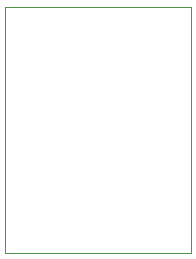
<source format=gbr>
%TF.GenerationSoftware,KiCad,Pcbnew,(6.0.0)*%
%TF.CreationDate,2022-01-02T16:00:34+01:00*%
%TF.ProjectId,S-Mix-Replacement,532d4d69-782d-4526-9570-6c6163656d65,rev?*%
%TF.SameCoordinates,Original*%
%TF.FileFunction,Profile,NP*%
%FSLAX46Y46*%
G04 Gerber Fmt 4.6, Leading zero omitted, Abs format (unit mm)*
G04 Created by KiCad (PCBNEW (6.0.0)) date 2022-01-02 16:00:34*
%MOMM*%
%LPD*%
G01*
G04 APERTURE LIST*
%TA.AperFunction,Profile*%
%ADD10C,0.050000*%
%TD*%
G04 APERTURE END LIST*
D10*
X155194000Y-92964000D02*
X155194000Y-113792000D01*
X155194000Y-92964000D02*
X139446000Y-92964000D01*
X139446000Y-113792000D02*
X155194000Y-113792000D01*
X139446000Y-92964000D02*
X139446000Y-113792000D01*
M02*

</source>
